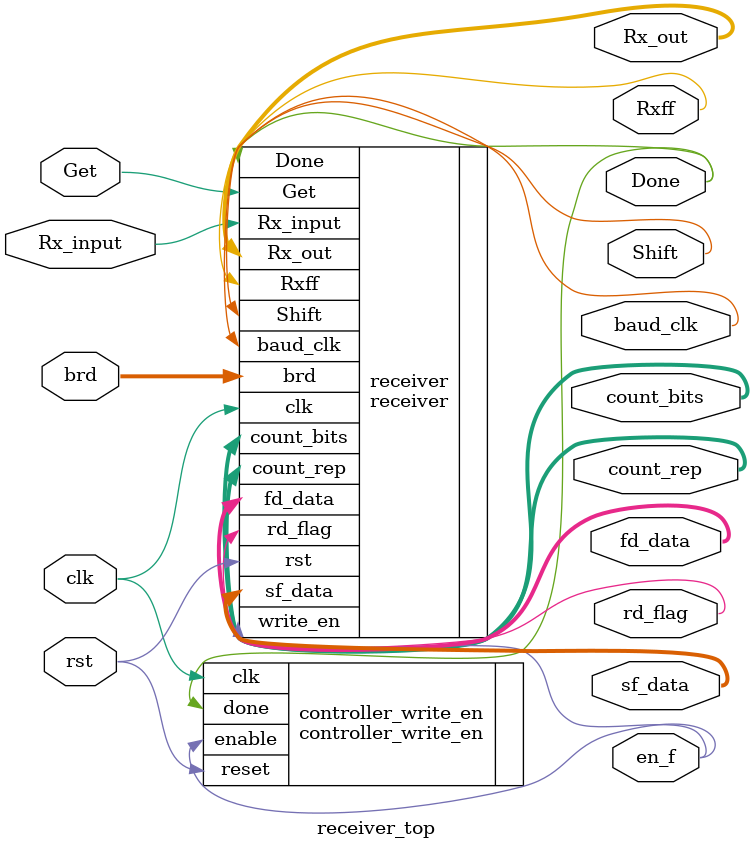
<source format=sv>
module receiver_top(
    input  logic       clk,
    input  logic       rst,
    input  logic       Get,
    input  logic       Rx_input,
    input  logic [15:0]brd,
    output logic       Shift,
    output logic       baud_clk,      //for simulation
    output logic [3:0] count_rep,     
    output logic [3:0] count_bits,
    output logic [7:0] sf_data,
    output logic [9:0] fd_data,
    output logic       rd_flag,     
    output logic       Done,
    output logic       en_f,
    output logic [9:0] Rx_out,
    output logic       Rxff        
);

        logic       frame_error; 
        logic       overrun_error;
        
receiver            receiver            (.clk           (clk),
                                         .rst           (rst),
                                         .Rx_input      (Rx_input),
                                         .Get           (Get),
                                         .Shift         (Shift),
                                         .baud_clk      (baud_clk),
                                         .count_rep     (count_rep),
                                         .count_bits    (count_bits),
                                         .Done          (Done),
                                         .rd_flag       (rd_flag),
                                         .sf_data       (sf_data),
                                         .fd_data       (fd_data),
                                         .write_en      (en_f),
                                         .Rx_out        (Rx_out),
                                         .Rxff          (Rxff),
                                         .brd           (brd)
                                         );

controller_write_en controller_write_en (.clk           (clk),
                                         .reset         (rst),
                                         .enable        (en_f),
                                         .done          (Done)
                                         );

endmodule
</source>
